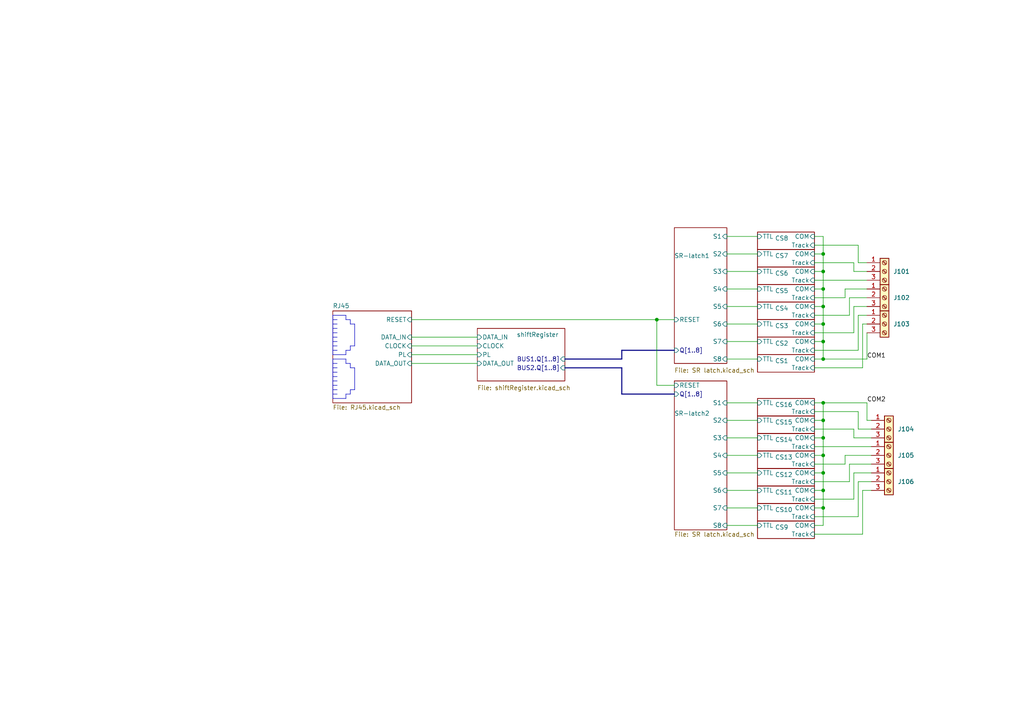
<source format=kicad_sch>
(kicad_sch (version 20231120) (generator "eeschema") (generator_version "8.0")
  (paper "A4")
  (lib_symbols
    (symbol "Connector:Screw_Terminal_01x03" (pin_names (offset 1.016) hide)
      (property "Reference" "J" (at 0 5.08 0))
      (property "Value" "Screw_Terminal_01x03" (at 0 -5.08 0))
      (symbol "Screw_Terminal_01x03_1_1"
        (rectangle (start -1.27 3.81) (end 1.27 -3.81) (stroke (width 0.254)) (fill (type background)))
        (circle (center 0 -2.54) (radius 0.635) (stroke (width 0.1524)))
        (polyline (pts (xy -0.5334 -2.2098) (xy 0.3302 -3.048)) (stroke (width 0.1524)))
        (polyline (pts (xy -0.5334 0.3302) (xy 0.3302 -0.508)) (stroke (width 0.1524)))
        (polyline (pts (xy -0.5334 2.8702) (xy 0.3302 2.032)) (stroke (width 0.1524)))
        (polyline (pts (xy -0.3556 -2.032) (xy 0.508 -2.8702)) (stroke (width 0.1524)))
        (polyline (pts (xy -0.3556 0.508) (xy 0.508 -0.3302)) (stroke (width 0.1524)))
        (polyline (pts (xy -0.3556 3.048) (xy 0.508 2.2098)) (stroke (width 0.1524)))
        (circle (center 0 0) (radius 0.635) (stroke (width 0.1524)))
        (circle (center 0 2.54) (radius 0.635) (stroke (width 0.1524)))
        (pin passive line (at -5.08 2.54 0) (length 3.81) (name "Pin_1") (number "1"))
        (pin passive line (at -5.08 0 0) (length 3.81) (name "Pin_2") (number "2"))
        (pin passive line (at -5.08 -2.54 0) (length 3.81) (name "Pin_3") (number "3"))
      )
    )
  )
  (junction (at 238.76 127))
  (junction (at 238.76 147.32))
  (junction (at 238.76 83.82))
  (junction (at 238.76 137.16))
  (junction (at 238.76 73.66))
  (junction (at 238.76 121.92))
  (junction (at 238.76 132.08))
  (junction (at 190.5 92.71))
  (junction (at 238.76 78.74))
  (junction (at 238.76 104.14))
  (junction (at 238.76 99.06))
  (junction (at 238.76 116.84))
  (junction (at 238.76 88.9))
  (junction (at 238.76 142.24))
  (junction (at 238.76 93.98))
  (wire (pts (xy 238.76 104.14) (xy 238.76 99.06)))
  (bus (pts (xy 180.34 104.14) (xy 163.83 104.14)))
  (wire (pts (xy 236.22 124.46) (xy 247.65 124.46)))
  (wire (pts (xy 210.82 132.08) (xy 219.71 132.08)))
  (wire (pts (xy 236.22 96.52) (xy 247.65 96.52)))
  (wire (pts (xy 248.92 76.2) (xy 248.92 71.12)))
  (polyline (pts (xy 100.33 105.41) (xy 101.6 105.41)))
  (wire (pts (xy 236.22 73.66) (xy 238.76 73.66)))
  (wire (pts (xy 236.22 147.32) (xy 238.76 147.32)))
  (wire (pts (xy 236.22 154.94) (xy 250.19 154.94)))
  (wire (pts (xy 245.11 83.82) (xy 245.11 86.36)))
  (wire (pts (xy 190.5 92.71) (xy 190.5 111.76)))
  (polyline (pts (xy 102.87 113.03) (xy 101.6 113.03)))
  (polyline (pts (xy 96.52 95.25) (xy 97.79 95.25)))
  (polyline (pts (xy 96.52 96.52) (xy 97.79 96.52)))
  (wire (pts (xy 246.38 86.36) (xy 246.38 91.44)))
  (wire (pts (xy 238.76 88.9) (xy 238.76 83.82)))
  (polyline (pts (xy 101.6 105.41) (xy 101.6 106.68)))
  (polyline (pts (xy 101.6 101.6) (xy 100.33 101.6)))
  (wire (pts (xy 236.22 127) (xy 238.76 127)))
  (wire (pts (xy 238.76 121.92) (xy 238.76 127)))
  (wire (pts (xy 236.22 121.92) (xy 238.76 121.92)))
  (wire (pts (xy 236.22 142.24) (xy 238.76 142.24)))
  (wire (pts (xy 248.92 149.86) (xy 248.92 139.7)))
  (polyline (pts (xy 100.33 101.6) (xy 100.33 102.87)))
  (polyline (pts (xy 101.6 100.33) (xy 101.6 101.6)))
  (wire (pts (xy 210.82 88.9) (xy 219.71 88.9)))
  (polyline (pts (xy 96.52 104.14) (xy 96.52 115.57)))
  (wire (pts (xy 250.19 142.24) (xy 252.73 142.24)))
  (polyline (pts (xy 100.33 104.14) (xy 100.33 105.41)))
  (polyline (pts (xy 101.6 93.98) (xy 102.87 93.98)))
  (polyline (pts (xy 100.33 102.87) (xy 96.52 102.87)))
  (wire (pts (xy 210.82 93.98) (xy 219.71 93.98)))
  (wire (pts (xy 210.82 152.4) (xy 219.71 152.4)))
  (wire (pts (xy 236.22 129.54) (xy 252.73 129.54)))
  (polyline (pts (xy 100.33 91.44) (xy 100.33 92.71)))
  (wire (pts (xy 245.11 132.08) (xy 245.11 134.62)))
  (wire (pts (xy 210.82 73.66) (xy 219.71 73.66)))
  (wire (pts (xy 238.76 132.08) (xy 238.76 137.16)))
  (polyline (pts (xy 96.52 100.33) (xy 97.79 100.33)))
  (wire (pts (xy 236.22 137.16) (xy 238.76 137.16)))
  (wire (pts (xy 251.46 88.9) (xy 247.65 88.9)))
  (polyline (pts (xy 96.52 91.44) (xy 96.52 102.87)))
  (polyline (pts (xy 96.52 105.41) (xy 97.79 105.41)))
  (polyline (pts (xy 101.6 92.71) (xy 101.6 93.98)))
  (polyline (pts (xy 100.33 115.57) (xy 96.52 115.57)))
  (wire (pts (xy 236.22 81.28) (xy 251.46 81.28)))
  (polyline (pts (xy 96.52 111.76) (xy 97.79 111.76)))
  (wire (pts (xy 236.22 106.68) (xy 250.19 106.68)))
  (wire (pts (xy 248.92 71.12) (xy 236.22 71.12)))
  (wire (pts (xy 245.11 86.36) (xy 236.22 86.36)))
  (bus (pts (xy 163.83 106.68) (xy 180.34 106.68)))
  (wire (pts (xy 119.38 105.41) (xy 138.43 105.41)))
  (bus (pts (xy 180.34 114.3) (xy 195.58 114.3)))
  (wire (pts (xy 238.76 93.98) (xy 238.76 88.9)))
  (wire (pts (xy 236.22 99.06) (xy 238.76 99.06)))
  (polyline (pts (xy 96.52 101.6) (xy 97.79 101.6)))
  (polyline (pts (xy 96.52 91.44) (xy 100.33 91.44)))
  (bus (pts (xy 180.34 106.68) (xy 180.34 114.3)))
  (wire (pts (xy 119.38 100.33) (xy 138.43 100.33)))
  (wire (pts (xy 246.38 134.62) (xy 246.38 139.7)))
  (bus (pts (xy 180.34 101.6) (xy 180.34 104.14)))
  (bus (pts (xy 195.58 101.6) (xy 180.34 101.6)))
  (polyline (pts (xy 96.52 114.3) (xy 97.79 114.3)))
  (wire (pts (xy 210.82 78.74) (xy 219.71 78.74)))
  (polyline (pts (xy 96.52 104.14) (xy 100.33 104.14)))
  (wire (pts (xy 238.76 99.06) (xy 238.76 93.98)))
  (wire (pts (xy 238.76 116.84) (xy 238.76 121.92)))
  (wire (pts (xy 245.11 132.08) (xy 252.73 132.08)))
  (polyline (pts (xy 96.52 107.95) (xy 97.79 107.95)))
  (polyline (pts (xy 96.52 110.49) (xy 97.79 110.49)))
  (polyline (pts (xy 100.33 114.3) (xy 100.33 115.57)))
  (wire (pts (xy 245.11 134.62) (xy 236.22 134.62)))
  (wire (pts (xy 251.46 91.44) (xy 248.92 91.44)))
  (wire (pts (xy 210.82 99.06) (xy 219.71 99.06)))
  (polyline (pts (xy 101.6 114.3) (xy 100.33 114.3)))
  (wire (pts (xy 246.38 91.44) (xy 236.22 91.44)))
  (wire (pts (xy 251.46 96.52) (xy 251.46 104.14)))
  (wire (pts (xy 250.19 93.98) (xy 251.46 93.98)))
  (polyline (pts (xy 102.87 106.68) (xy 102.87 113.03)))
  (polyline (pts (xy 100.33 92.71) (xy 101.6 92.71)))
  (wire (pts (xy 210.82 83.82) (xy 219.71 83.82)))
  (wire (pts (xy 248.92 124.46) (xy 248.92 119.38)))
  (wire (pts (xy 247.65 127) (xy 252.73 127)))
  (wire (pts (xy 210.82 116.84) (xy 219.71 116.84)))
  (wire (pts (xy 248.92 91.44) (xy 248.92 101.6)))
  (wire (pts (xy 248.92 124.46) (xy 252.73 124.46)))
  (wire (pts (xy 248.92 139.7) (xy 252.73 139.7)))
  (wire (pts (xy 238.76 142.24) (xy 238.76 147.32)))
  (wire (pts (xy 236.22 78.74) (xy 238.76 78.74)))
  (polyline (pts (xy 102.87 100.33) (xy 101.6 100.33)))
  (wire (pts (xy 251.46 83.82) (xy 245.11 83.82)))
  (wire (pts (xy 238.76 104.14) (xy 251.46 104.14)))
  (polyline (pts (xy 96.52 106.68) (xy 97.79 106.68)))
  (wire (pts (xy 246.38 86.36) (xy 251.46 86.36)))
  (wire (pts (xy 236.22 104.14) (xy 238.76 104.14)))
  (wire (pts (xy 119.38 92.71) (xy 190.5 92.71)))
  (wire (pts (xy 250.19 106.68) (xy 250.19 93.98)))
  (wire (pts (xy 236.22 93.98) (xy 238.76 93.98)))
  (wire (pts (xy 251.46 116.84) (xy 251.46 121.92)))
  (polyline (pts (xy 102.87 93.98) (xy 102.87 100.33)))
  (wire (pts (xy 119.38 102.87) (xy 138.43 102.87)))
  (wire (pts (xy 210.82 68.58) (xy 219.71 68.58)))
  (wire (pts (xy 247.65 137.16) (xy 252.73 137.16)))
  (wire (pts (xy 250.19 154.94) (xy 250.19 142.24)))
  (wire (pts (xy 236.22 149.86) (xy 248.92 149.86)))
  (wire (pts (xy 238.76 73.66) (xy 238.76 68.58)))
  (wire (pts (xy 210.82 121.92) (xy 219.71 121.92)))
  (wire (pts (xy 210.82 147.32) (xy 219.71 147.32)))
  (polyline (pts (xy 96.52 97.79) (xy 97.79 97.79)))
  (wire (pts (xy 251.46 121.92) (xy 252.73 121.92)))
  (wire (pts (xy 236.22 88.9) (xy 238.76 88.9)))
  (wire (pts (xy 236.22 132.08) (xy 238.76 132.08)))
  (wire (pts (xy 236.22 144.78) (xy 247.65 144.78)))
  (wire (pts (xy 252.73 134.62) (xy 246.38 134.62)))
  (wire (pts (xy 238.76 127) (xy 238.76 132.08)))
  (polyline (pts (xy 96.52 92.71) (xy 97.79 92.71)))
  (wire (pts (xy 236.22 68.58) (xy 238.76 68.58)))
  (wire (pts (xy 236.22 101.6) (xy 248.92 101.6)))
  (wire (pts (xy 248.92 76.2) (xy 251.46 76.2)))
  (polyline (pts (xy 96.52 109.22) (xy 97.79 109.22)))
  (wire (pts (xy 210.82 127) (xy 219.71 127)))
  (wire (pts (xy 195.58 111.76) (xy 190.5 111.76)))
  (wire (pts (xy 210.82 137.16) (xy 219.71 137.16)))
  (wire (pts (xy 238.76 137.16) (xy 238.76 142.24)))
  (wire (pts (xy 210.82 104.14) (xy 219.71 104.14)))
  (polyline (pts (xy 101.6 106.68) (xy 102.87 106.68)))
  (wire (pts (xy 247.65 78.74) (xy 251.46 78.74)))
  (polyline (pts (xy 96.52 99.06) (xy 97.79 99.06)))
  (wire (pts (xy 119.38 97.79) (xy 138.43 97.79)))
  (wire (pts (xy 238.76 78.74) (xy 238.76 73.66)))
  (wire (pts (xy 238.76 147.32) (xy 238.76 152.4)))
  (wire (pts (xy 247.65 124.46) (xy 247.65 127)))
  (polyline (pts (xy 96.52 113.03) (xy 97.79 113.03)))
  (wire (pts (xy 246.38 139.7) (xy 236.22 139.7)))
  (wire (pts (xy 236.22 116.84) (xy 238.76 116.84)))
  (wire (pts (xy 190.5 92.71) (xy 195.58 92.71)))
  (wire (pts (xy 236.22 152.4) (xy 238.76 152.4)))
  (wire (pts (xy 247.65 88.9) (xy 247.65 96.52)))
  (polyline (pts (xy 96.52 93.98) (xy 97.79 93.98)))
  (polyline (pts (xy 101.6 113.03) (xy 101.6 114.3)))
  (wire (pts (xy 236.22 76.2) (xy 247.65 76.2)))
  (wire (pts (xy 247.65 144.78) (xy 247.65 137.16)))
  (wire (pts (xy 247.65 76.2) (xy 247.65 78.74)))
  (wire (pts (xy 236.22 83.82) (xy 238.76 83.82)))
  (wire (pts (xy 248.92 119.38) (xy 236.22 119.38)))
  (wire (pts (xy 210.82 142.24) (xy 219.71 142.24)))
  (wire (pts (xy 251.46 116.84) (xy 238.76 116.84)))
  (wire (pts (xy 238.76 83.82) (xy 238.76 78.74)))
  (label "COM1" (at 251.46 104.14 0))
  (label "COM2" (at 251.46 116.84 0))
  (symbol (lib_id "Connector:Screw_Terminal_01x03") (at 256.54 78.74 0) (unit 1)
    (property "Reference" "J101" (at 259.08 78.74 0) (effects (justify left)))
    (property "Value" "Screw_Terminal_01x03" (effects (hide yes)))
    (property "Footprint" "TerminalBlock_Phoenix:TerminalBlock_Phoenix_MKDS-1,5-3-5.08_1x03_P5.08mm_Horizontal" (effects (hide yes)))
    (property "JLCPCB Part#" "C557666" (effects (hide yes)))
  )
  (symbol (lib_id "Connector:Screw_Terminal_01x03") (at 256.54 93.98 0) (unit 1)
    (property "Reference" "J103" (at 259.08 93.98 0) (effects (justify left)))
    (property "Value" "Screw_Terminal_01x03" (effects (hide yes)))
    (property "Footprint" "TerminalBlock_Phoenix:TerminalBlock_Phoenix_MKDS-1,5-3-5.08_1x03_P5.08mm_Horizontal" (effects (hide yes)))
    (property "JLCPCB Part#" "C557666" (effects (hide yes)))
  )
  (symbol (lib_id "Connector:Screw_Terminal_01x03") (at 257.81 139.7 0) (unit 1)
    (property "Reference" "J106" (at 260.35 139.7 0) (effects (justify left)))
    (property "Value" "Screw_Terminal_01x03" (effects (hide yes)))
    (property "Footprint" "TerminalBlock_Phoenix:TerminalBlock_Phoenix_MKDS-1,5-3-5.08_1x03_P5.08mm_Horizontal" (effects (hide yes)))
    (property "JLCPCB Part#" "C557666" (effects (hide yes)))
  )
  (symbol (lib_id "Connector:Screw_Terminal_01x03") (at 256.54 86.36 0) (unit 1)
    (property "Reference" "J102" (at 259.08 86.36 0) (effects (justify left)))
    (property "Value" "Screw_Terminal_01x03" (effects (hide yes)))
    (property "Footprint" "TerminalBlock_Phoenix:TerminalBlock_Phoenix_MKDS-1,5-3-5.08_1x03_P5.08mm_Horizontal" (effects (hide yes)))
    (property "JLCPCB Part#" "C557666" (effects (hide yes)))
  )
  (symbol (lib_id "Connector:Screw_Terminal_01x03") (at 257.81 132.08 0) (unit 1)
    (property "Reference" "J105" (at 260.35 132.08 0) (effects (justify left)))
    (property "Value" "Screw_Terminal_01x03" (effects (hide yes)))
    (property "Footprint" "TerminalBlock_Phoenix:TerminalBlock_Phoenix_MKDS-1,5-3-5.08_1x03_P5.08mm_Horizontal" (effects (hide yes)))
    (property "JLCPCB Part#" "C557666" (effects (hide yes)))
  )
  (symbol (lib_id "Connector:Screw_Terminal_01x03") (at 257.81 124.46 0) (unit 1)
    (property "Reference" "J104" (at 260.35 124.46 0) (effects (justify left)))
    (property "Value" "Screw_Terminal_01x03" (effects (hide yes)))
    (property "Footprint" "TerminalBlock_Phoenix:TerminalBlock_Phoenix_MKDS-1,5-3-5.08_1x03_P5.08mm_Horizontal" (effects (hide yes)))
    (property "JLCPCB Part#" "C557666" (effects (hide yes)))
  )
  (sheet (at 219.71 130.81) (size 16.51 5.08) (stroke (width 0.1524))
    (property "Sheetname" "CS13" (at 224.79 133.35 0) (effects (justify left bottom)))
    (property "Sheetfile" "current sensor.kicad_sch" (effects (hide yes)))
    (pin "TTL" input (at 219.71 132.08 180))
    (pin "COM" input (at 236.22 132.08 0))
    (pin "Track" input (at 236.22 134.62 0))
  )
  (sheet (at 219.71 125.73) (size 16.51 5.08) (stroke (width 0.1524))
    (property "Sheetname" "CS14" (at 224.79 128.27 0) (effects (justify left bottom)))
    (property "Sheetfile" "current sensor.kicad_sch" (effects (hide yes)))
    (pin "TTL" input (at 219.71 127 180))
    (pin "COM" input (at 236.22 127 0))
    (pin "Track" input (at 236.22 129.54 0))
  )
  (sheet (at 219.71 72.39) (size 16.51 5.08) (stroke (width 0.1524))
    (property "Sheetname" "CS7" (at 224.79 74.93 0) (effects (justify left bottom)))
    (property "Sheetfile" "current sensor.kicad_sch" (effects (hide yes)))
    (pin "TTL" input (at 219.71 73.66 180))
    (pin "COM" input (at 236.22 73.66 0))
    (pin "Track" input (at 236.22 76.2 0))
  )
  (sheet (at 219.71 67.31) (size 16.51 5.08) (stroke (width 0.1524))
    (property "Sheetname" "CS8" (at 224.79 69.85 0) (effects (justify left bottom)))
    (property "Sheetfile" "current sensor.kicad_sch" (effects (hide yes)))
    (pin "TTL" input (at 219.71 68.58 180))
    (pin "COM" input (at 236.22 68.58 0))
    (pin "Track" input (at 236.22 71.12 0))
  )
  (sheet (at 195.58 110.49) (size 15.24 43.18) (stroke (width 0.1524))
    (property "Sheetname" "SR-latch2" (at 195.58 120.65 0) (effects (justify left bottom)))
    (property "Sheetfile" "SR latch.kicad_sch" (at 195.58 154.2546 0) (effects (justify left top)))
    (pin "S6" input (at 210.82 142.24 0))
    (pin "S5" input (at 210.82 137.16 0))
    (pin "S7" input (at 210.82 147.32 0))
    (pin "S8" input (at 210.82 152.4 0))
    (pin "S3" input (at 210.82 127 0))
    (pin "S4" input (at 210.82 132.08 0))
    (pin "S1" input (at 210.82 116.84 0))
    (pin "S2" input (at 210.82 121.92 0))
    (pin "RESET" input (at 195.58 111.76 180))
    (pin "Q[1..8]" input (at 195.58 114.3 180))
  )
  (sheet (at 138.43 95.25) (size 25.4 15.24) (stroke (width 0.1524))
    (property "Sheetname" "shiftRegister" (at 149.86 97.79 0) (effects (justify left bottom)))
    (property "Sheetfile" "shiftRegister.kicad_sch" (at 138.43 111.76 0) (effects (justify left top)))
    (pin "BUS2.Q[1..8]" input (at 163.83 106.68 0))
    (pin "BUS1.Q[1..8]" input (at 163.83 104.14 0))
    (pin "CLOCK" input (at 138.43 100.33 180))
    (pin "PL" input (at 138.43 102.87 180))
    (pin "DATA_IN" input (at 138.43 97.79 180))
    (pin "DATA_OUT" input (at 138.43 105.41 180))
  )
  (sheet (at 219.71 97.79) (size 16.51 5.08) (stroke (width 0.1524))
    (property "Sheetname" "CS2" (at 224.79 100.33 0) (effects (justify left bottom)))
    (property "Sheetfile" "current sensor.kicad_sch" (effects (hide yes)))
    (pin "TTL" input (at 219.71 99.06 180))
    (pin "COM" input (at 236.22 99.06 0))
    (pin "Track" input (at 236.22 101.6 0))
  )
  (sheet (at 219.71 146.05) (size 16.51 5.08) (stroke (width 0.1524))
    (property "Sheetname" "CS10" (at 224.79 148.59 0) (effects (justify left bottom)))
    (property "Sheetfile" "current sensor.kicad_sch" (effects (hide yes)))
    (pin "TTL" input (at 219.71 147.32 180))
    (pin "COM" input (at 236.22 147.32 0))
    (pin "Track" input (at 236.22 149.86 0))
  )
  (sheet (at 195.58 66.04) (size 15.24 39.37) (stroke (width 0.1524))
    (property "Sheetname" "SR-latch1" (at 195.58 74.93 0) (effects (justify left bottom)))
    (property "Sheetfile" "SR latch.kicad_sch" (at 195.58 106.68 0) (effects (justify left top)))
    (pin "S6" input (at 210.82 93.98 0))
    (pin "S5" input (at 210.82 88.9 0))
    (pin "S7" input (at 210.82 99.06 0))
    (pin "S8" input (at 210.82 104.14 0))
    (pin "S3" input (at 210.82 78.74 0))
    (pin "S4" input (at 210.82 83.82 0))
    (pin "S1" input (at 210.82 68.58 0))
    (pin "S2" input (at 210.82 73.66 0))
    (pin "RESET" input (at 195.58 92.71 180))
    (pin "Q[1..8]" input (at 195.58 101.6 180))
  )
  (sheet (at 219.71 77.47) (size 16.51 5.08) (stroke (width 0.1524))
    (property "Sheetname" "CS6" (at 224.79 80.01 0) (effects (justify left bottom)))
    (property "Sheetfile" "current sensor.kicad_sch" (effects (hide yes)))
    (pin "TTL" input (at 219.71 78.74 180))
    (pin "COM" input (at 236.22 78.74 0))
    (pin "Track" input (at 236.22 81.28 0))
  )
  (sheet (at 219.71 87.63) (size 16.51 5.08) (stroke (width 0.1524))
    (property "Sheetname" "CS4" (at 224.79 90.17 0) (effects (justify left bottom)))
    (property "Sheetfile" "current sensor.kicad_sch" (effects (hide yes)))
    (pin "TTL" input (at 219.71 88.9 180))
    (pin "COM" input (at 236.22 88.9 0))
    (pin "Track" input (at 236.22 91.44 0))
  )
  (sheet (at 219.71 82.55) (size 16.51 5.08) (stroke (width 0.1524))
    (property "Sheetname" "CS5" (at 224.79 85.09 0) (effects (justify left bottom)))
    (property "Sheetfile" "current sensor.kicad_sch" (effects (hide yes)))
    (pin "TTL" input (at 219.71 83.82 180))
    (pin "COM" input (at 236.22 83.82 0))
    (pin "Track" input (at 236.22 86.36 0))
  )
  (sheet (at 96.52 90.17) (size 22.86 26.67) (stroke (width 0.1524))
    (property "Sheetname" "RJ45" (at 96.52 89.4584 0) (effects (justify left bottom)))
    (property "Sheetfile" "RJ45.kicad_sch" (at 96.52 117.4246 0) (effects (justify left top)))
    (pin "DATA_IN" input (at 119.38 97.79 0))
    (pin "PL" input (at 119.38 102.87 0))
    (pin "CLOCK" input (at 119.38 100.33 0))
    (pin "RESET" input (at 119.38 92.71 0))
    (pin "DATA_OUT" input (at 119.38 105.41 0))
  )
  (sheet (at 219.71 120.65) (size 16.51 5.08) (stroke (width 0.1524))
    (property "Sheetname" "CS15" (at 224.79 123.19 0) (effects (justify left bottom)))
    (property "Sheetfile" "current sensor.kicad_sch" (effects (hide yes)))
    (pin "TTL" input (at 219.71 121.92 180))
    (pin "COM" input (at 236.22 121.92 0))
    (pin "Track" input (at 236.22 124.46 0))
  )
  (sheet (at 219.71 92.71) (size 16.51 5.08) (stroke (width 0.1524))
    (property "Sheetname" "CS3" (at 224.79 95.25 0) (effects (justify left bottom)))
    (property "Sheetfile" "current sensor.kicad_sch" (effects (hide yes)))
    (pin "TTL" input (at 219.71 93.98 180))
    (pin "COM" input (at 236.22 93.98 0))
    (pin "Track" input (at 236.22 96.52 0))
  )
  (sheet (at 219.71 151.13) (size 16.51 5.08) (stroke (width 0.1524))
    (property "Sheetname" "CS9" (at 224.79 153.67 0) (effects (justify left bottom)))
    (property "Sheetfile" "current sensor.kicad_sch" (effects (hide yes)))
    (pin "TTL" input (at 219.71 152.4 180))
    (pin "COM" input (at 236.22 152.4 0))
    (pin "Track" input (at 236.22 154.94 0))
  )
  (sheet (at 219.71 140.97) (size 16.51 5.08) (stroke (width 0.1524))
    (property "Sheetname" "CS11" (at 224.79 143.51 0) (effects (justify left bottom)))
    (property "Sheetfile" "current sensor.kicad_sch" (effects (hide yes)))
    (pin "TTL" input (at 219.71 142.24 180))
    (pin "COM" input (at 236.22 142.24 0))
    (pin "Track" input (at 236.22 144.78 0))
  )
  (sheet (at 219.71 115.57) (size 16.51 5.08) (stroke (width 0.1524))
    (property "Sheetname" "CS16" (at 224.79 118.11 0) (effects (justify left bottom)))
    (property "Sheetfile" "current sensor.kicad_sch" (effects (hide yes)))
    (pin "TTL" input (at 219.71 116.84 180))
    (pin "COM" input (at 236.22 116.84 0))
    (pin "Track" input (at 236.22 119.38 0))
  )
  (sheet (at 219.71 102.87) (size 16.51 5.08) (stroke (width 0.1524))
    (property "Sheetname" "CS1" (at 224.79 105.41 0) (effects (justify left bottom)))
    (property "Sheetfile" "current sensor.kicad_sch" (effects (hide yes)))
    (pin "TTL" input (at 219.71 104.14 180))
    (pin "COM" input (at 236.22 104.14 0))
    (pin "Track" input (at 236.22 106.68 0))
  )
  (sheet (at 219.71 135.89) (size 16.51 5.08) (stroke (width 0.1524))
    (property "Sheetname" "CS12" (at 224.79 138.43 0) (effects (justify left bottom)))
    (property "Sheetfile" "current sensor.kicad_sch" (effects (hide yes)))
    (pin "TTL" input (at 219.71 137.16 180))
    (pin "COM" input (at 236.22 137.16 0))
    (pin "Track" input (at 236.22 139.7 0))
  )
)
</source>
